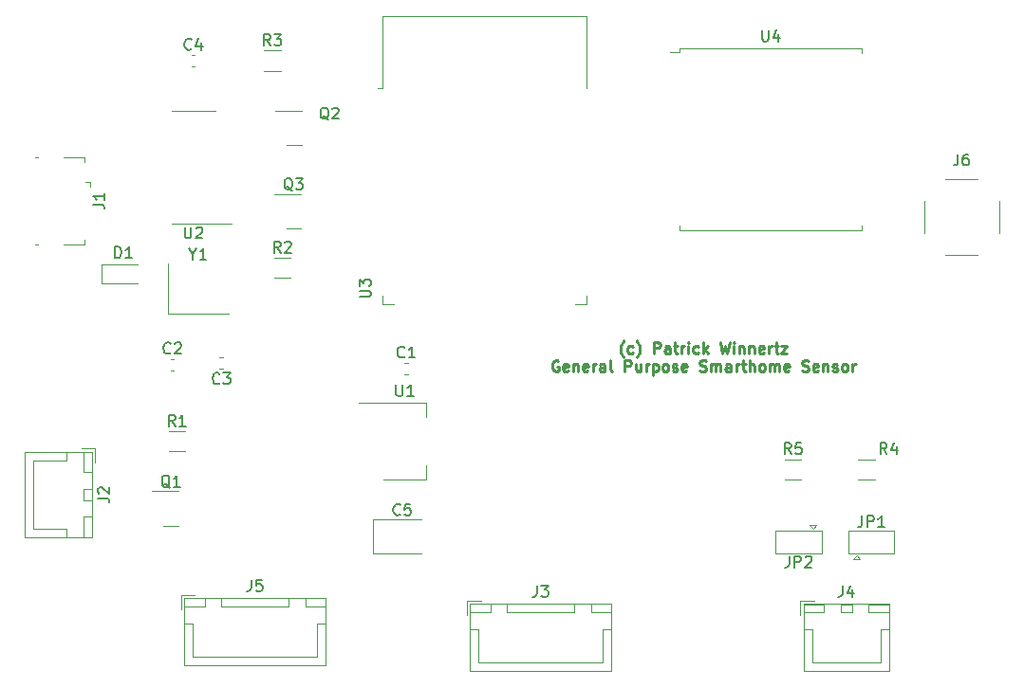
<source format=gbr>
%TF.GenerationSoftware,KiCad,Pcbnew,(6.0.5)*%
%TF.CreationDate,2022-06-07T20:50:39+02:00*%
%TF.ProjectId,ESP32-LoRA-ADIO,45535033-322d-44c6-9f52-412d4144494f,rev?*%
%TF.SameCoordinates,Original*%
%TF.FileFunction,Legend,Top*%
%TF.FilePolarity,Positive*%
%FSLAX46Y46*%
G04 Gerber Fmt 4.6, Leading zero omitted, Abs format (unit mm)*
G04 Created by KiCad (PCBNEW (6.0.5)) date 2022-06-07 20:50:39*
%MOMM*%
%LPD*%
G01*
G04 APERTURE LIST*
%ADD10C,0.250000*%
%ADD11C,0.150000*%
%ADD12C,0.120000*%
G04 APERTURE END LIST*
D10*
X169904761Y-57028333D02*
X169857142Y-56980714D01*
X169761904Y-56837857D01*
X169714285Y-56742619D01*
X169666666Y-56599761D01*
X169619047Y-56361666D01*
X169619047Y-56171190D01*
X169666666Y-55933095D01*
X169714285Y-55790238D01*
X169761904Y-55695000D01*
X169857142Y-55552142D01*
X169904761Y-55504523D01*
X170714285Y-56599761D02*
X170619047Y-56647380D01*
X170428571Y-56647380D01*
X170333333Y-56599761D01*
X170285714Y-56552142D01*
X170238095Y-56456904D01*
X170238095Y-56171190D01*
X170285714Y-56075952D01*
X170333333Y-56028333D01*
X170428571Y-55980714D01*
X170619047Y-55980714D01*
X170714285Y-56028333D01*
X171047619Y-57028333D02*
X171095238Y-56980714D01*
X171190476Y-56837857D01*
X171238095Y-56742619D01*
X171285714Y-56599761D01*
X171333333Y-56361666D01*
X171333333Y-56171190D01*
X171285714Y-55933095D01*
X171238095Y-55790238D01*
X171190476Y-55695000D01*
X171095238Y-55552142D01*
X171047619Y-55504523D01*
X172571428Y-56647380D02*
X172571428Y-55647380D01*
X172952380Y-55647380D01*
X173047619Y-55695000D01*
X173095238Y-55742619D01*
X173142857Y-55837857D01*
X173142857Y-55980714D01*
X173095238Y-56075952D01*
X173047619Y-56123571D01*
X172952380Y-56171190D01*
X172571428Y-56171190D01*
X174000000Y-56647380D02*
X174000000Y-56123571D01*
X173952380Y-56028333D01*
X173857142Y-55980714D01*
X173666666Y-55980714D01*
X173571428Y-56028333D01*
X174000000Y-56599761D02*
X173904761Y-56647380D01*
X173666666Y-56647380D01*
X173571428Y-56599761D01*
X173523809Y-56504523D01*
X173523809Y-56409285D01*
X173571428Y-56314047D01*
X173666666Y-56266428D01*
X173904761Y-56266428D01*
X174000000Y-56218809D01*
X174333333Y-55980714D02*
X174714285Y-55980714D01*
X174476190Y-55647380D02*
X174476190Y-56504523D01*
X174523809Y-56599761D01*
X174619047Y-56647380D01*
X174714285Y-56647380D01*
X175047619Y-56647380D02*
X175047619Y-55980714D01*
X175047619Y-56171190D02*
X175095238Y-56075952D01*
X175142857Y-56028333D01*
X175238095Y-55980714D01*
X175333333Y-55980714D01*
X175666666Y-56647380D02*
X175666666Y-55980714D01*
X175666666Y-55647380D02*
X175619047Y-55695000D01*
X175666666Y-55742619D01*
X175714285Y-55695000D01*
X175666666Y-55647380D01*
X175666666Y-55742619D01*
X176571428Y-56599761D02*
X176476190Y-56647380D01*
X176285714Y-56647380D01*
X176190476Y-56599761D01*
X176142857Y-56552142D01*
X176095238Y-56456904D01*
X176095238Y-56171190D01*
X176142857Y-56075952D01*
X176190476Y-56028333D01*
X176285714Y-55980714D01*
X176476190Y-55980714D01*
X176571428Y-56028333D01*
X177000000Y-56647380D02*
X177000000Y-55647380D01*
X177095238Y-56266428D02*
X177380952Y-56647380D01*
X177380952Y-55980714D02*
X177000000Y-56361666D01*
X178476190Y-55647380D02*
X178714285Y-56647380D01*
X178904761Y-55933095D01*
X179095238Y-56647380D01*
X179333333Y-55647380D01*
X179714285Y-56647380D02*
X179714285Y-55980714D01*
X179714285Y-55647380D02*
X179666666Y-55695000D01*
X179714285Y-55742619D01*
X179761904Y-55695000D01*
X179714285Y-55647380D01*
X179714285Y-55742619D01*
X180190476Y-55980714D02*
X180190476Y-56647380D01*
X180190476Y-56075952D02*
X180238095Y-56028333D01*
X180333333Y-55980714D01*
X180476190Y-55980714D01*
X180571428Y-56028333D01*
X180619047Y-56123571D01*
X180619047Y-56647380D01*
X181095238Y-55980714D02*
X181095238Y-56647380D01*
X181095238Y-56075952D02*
X181142857Y-56028333D01*
X181238095Y-55980714D01*
X181380952Y-55980714D01*
X181476190Y-56028333D01*
X181523809Y-56123571D01*
X181523809Y-56647380D01*
X182380952Y-56599761D02*
X182285714Y-56647380D01*
X182095238Y-56647380D01*
X182000000Y-56599761D01*
X181952380Y-56504523D01*
X181952380Y-56123571D01*
X182000000Y-56028333D01*
X182095238Y-55980714D01*
X182285714Y-55980714D01*
X182380952Y-56028333D01*
X182428571Y-56123571D01*
X182428571Y-56218809D01*
X181952380Y-56314047D01*
X182857142Y-56647380D02*
X182857142Y-55980714D01*
X182857142Y-56171190D02*
X182904761Y-56075952D01*
X182952380Y-56028333D01*
X183047619Y-55980714D01*
X183142857Y-55980714D01*
X183333333Y-55980714D02*
X183714285Y-55980714D01*
X183476190Y-55647380D02*
X183476190Y-56504523D01*
X183523809Y-56599761D01*
X183619047Y-56647380D01*
X183714285Y-56647380D01*
X183952380Y-55980714D02*
X184476190Y-55980714D01*
X183952380Y-56647380D01*
X184476190Y-56647380D01*
X164071428Y-57305000D02*
X163976190Y-57257380D01*
X163833333Y-57257380D01*
X163690476Y-57305000D01*
X163595238Y-57400238D01*
X163547619Y-57495476D01*
X163500000Y-57685952D01*
X163500000Y-57828809D01*
X163547619Y-58019285D01*
X163595238Y-58114523D01*
X163690476Y-58209761D01*
X163833333Y-58257380D01*
X163928571Y-58257380D01*
X164071428Y-58209761D01*
X164119047Y-58162142D01*
X164119047Y-57828809D01*
X163928571Y-57828809D01*
X164928571Y-58209761D02*
X164833333Y-58257380D01*
X164642857Y-58257380D01*
X164547619Y-58209761D01*
X164500000Y-58114523D01*
X164500000Y-57733571D01*
X164547619Y-57638333D01*
X164642857Y-57590714D01*
X164833333Y-57590714D01*
X164928571Y-57638333D01*
X164976190Y-57733571D01*
X164976190Y-57828809D01*
X164500000Y-57924047D01*
X165404761Y-57590714D02*
X165404761Y-58257380D01*
X165404761Y-57685952D02*
X165452380Y-57638333D01*
X165547619Y-57590714D01*
X165690476Y-57590714D01*
X165785714Y-57638333D01*
X165833333Y-57733571D01*
X165833333Y-58257380D01*
X166690476Y-58209761D02*
X166595238Y-58257380D01*
X166404761Y-58257380D01*
X166309523Y-58209761D01*
X166261904Y-58114523D01*
X166261904Y-57733571D01*
X166309523Y-57638333D01*
X166404761Y-57590714D01*
X166595238Y-57590714D01*
X166690476Y-57638333D01*
X166738095Y-57733571D01*
X166738095Y-57828809D01*
X166261904Y-57924047D01*
X167166666Y-58257380D02*
X167166666Y-57590714D01*
X167166666Y-57781190D02*
X167214285Y-57685952D01*
X167261904Y-57638333D01*
X167357142Y-57590714D01*
X167452380Y-57590714D01*
X168214285Y-58257380D02*
X168214285Y-57733571D01*
X168166666Y-57638333D01*
X168071428Y-57590714D01*
X167880952Y-57590714D01*
X167785714Y-57638333D01*
X168214285Y-58209761D02*
X168119047Y-58257380D01*
X167880952Y-58257380D01*
X167785714Y-58209761D01*
X167738095Y-58114523D01*
X167738095Y-58019285D01*
X167785714Y-57924047D01*
X167880952Y-57876428D01*
X168119047Y-57876428D01*
X168214285Y-57828809D01*
X168833333Y-58257380D02*
X168738095Y-58209761D01*
X168690476Y-58114523D01*
X168690476Y-57257380D01*
X169976190Y-58257380D02*
X169976190Y-57257380D01*
X170357142Y-57257380D01*
X170452380Y-57305000D01*
X170500000Y-57352619D01*
X170547619Y-57447857D01*
X170547619Y-57590714D01*
X170500000Y-57685952D01*
X170452380Y-57733571D01*
X170357142Y-57781190D01*
X169976190Y-57781190D01*
X171404761Y-57590714D02*
X171404761Y-58257380D01*
X170976190Y-57590714D02*
X170976190Y-58114523D01*
X171023809Y-58209761D01*
X171119047Y-58257380D01*
X171261904Y-58257380D01*
X171357142Y-58209761D01*
X171404761Y-58162142D01*
X171880952Y-58257380D02*
X171880952Y-57590714D01*
X171880952Y-57781190D02*
X171928571Y-57685952D01*
X171976190Y-57638333D01*
X172071428Y-57590714D01*
X172166666Y-57590714D01*
X172500000Y-57590714D02*
X172500000Y-58590714D01*
X172500000Y-57638333D02*
X172595238Y-57590714D01*
X172785714Y-57590714D01*
X172880952Y-57638333D01*
X172928571Y-57685952D01*
X172976190Y-57781190D01*
X172976190Y-58066904D01*
X172928571Y-58162142D01*
X172880952Y-58209761D01*
X172785714Y-58257380D01*
X172595238Y-58257380D01*
X172500000Y-58209761D01*
X173547619Y-58257380D02*
X173452380Y-58209761D01*
X173404761Y-58162142D01*
X173357142Y-58066904D01*
X173357142Y-57781190D01*
X173404761Y-57685952D01*
X173452380Y-57638333D01*
X173547619Y-57590714D01*
X173690476Y-57590714D01*
X173785714Y-57638333D01*
X173833333Y-57685952D01*
X173880952Y-57781190D01*
X173880952Y-58066904D01*
X173833333Y-58162142D01*
X173785714Y-58209761D01*
X173690476Y-58257380D01*
X173547619Y-58257380D01*
X174261904Y-58209761D02*
X174357142Y-58257380D01*
X174547619Y-58257380D01*
X174642857Y-58209761D01*
X174690476Y-58114523D01*
X174690476Y-58066904D01*
X174642857Y-57971666D01*
X174547619Y-57924047D01*
X174404761Y-57924047D01*
X174309523Y-57876428D01*
X174261904Y-57781190D01*
X174261904Y-57733571D01*
X174309523Y-57638333D01*
X174404761Y-57590714D01*
X174547619Y-57590714D01*
X174642857Y-57638333D01*
X175500000Y-58209761D02*
X175404761Y-58257380D01*
X175214285Y-58257380D01*
X175119047Y-58209761D01*
X175071428Y-58114523D01*
X175071428Y-57733571D01*
X175119047Y-57638333D01*
X175214285Y-57590714D01*
X175404761Y-57590714D01*
X175500000Y-57638333D01*
X175547619Y-57733571D01*
X175547619Y-57828809D01*
X175071428Y-57924047D01*
X176690476Y-58209761D02*
X176833333Y-58257380D01*
X177071428Y-58257380D01*
X177166666Y-58209761D01*
X177214285Y-58162142D01*
X177261904Y-58066904D01*
X177261904Y-57971666D01*
X177214285Y-57876428D01*
X177166666Y-57828809D01*
X177071428Y-57781190D01*
X176880952Y-57733571D01*
X176785714Y-57685952D01*
X176738095Y-57638333D01*
X176690476Y-57543095D01*
X176690476Y-57447857D01*
X176738095Y-57352619D01*
X176785714Y-57305000D01*
X176880952Y-57257380D01*
X177119047Y-57257380D01*
X177261904Y-57305000D01*
X177690476Y-58257380D02*
X177690476Y-57590714D01*
X177690476Y-57685952D02*
X177738095Y-57638333D01*
X177833333Y-57590714D01*
X177976190Y-57590714D01*
X178071428Y-57638333D01*
X178119047Y-57733571D01*
X178119047Y-58257380D01*
X178119047Y-57733571D02*
X178166666Y-57638333D01*
X178261904Y-57590714D01*
X178404761Y-57590714D01*
X178500000Y-57638333D01*
X178547619Y-57733571D01*
X178547619Y-58257380D01*
X179452380Y-58257380D02*
X179452380Y-57733571D01*
X179404761Y-57638333D01*
X179309523Y-57590714D01*
X179119047Y-57590714D01*
X179023809Y-57638333D01*
X179452380Y-58209761D02*
X179357142Y-58257380D01*
X179119047Y-58257380D01*
X179023809Y-58209761D01*
X178976190Y-58114523D01*
X178976190Y-58019285D01*
X179023809Y-57924047D01*
X179119047Y-57876428D01*
X179357142Y-57876428D01*
X179452380Y-57828809D01*
X179928571Y-58257380D02*
X179928571Y-57590714D01*
X179928571Y-57781190D02*
X179976190Y-57685952D01*
X180023809Y-57638333D01*
X180119047Y-57590714D01*
X180214285Y-57590714D01*
X180404761Y-57590714D02*
X180785714Y-57590714D01*
X180547619Y-57257380D02*
X180547619Y-58114523D01*
X180595238Y-58209761D01*
X180690476Y-58257380D01*
X180785714Y-58257380D01*
X181119047Y-58257380D02*
X181119047Y-57257380D01*
X181547619Y-58257380D02*
X181547619Y-57733571D01*
X181500000Y-57638333D01*
X181404761Y-57590714D01*
X181261904Y-57590714D01*
X181166666Y-57638333D01*
X181119047Y-57685952D01*
X182166666Y-58257380D02*
X182071428Y-58209761D01*
X182023809Y-58162142D01*
X181976190Y-58066904D01*
X181976190Y-57781190D01*
X182023809Y-57685952D01*
X182071428Y-57638333D01*
X182166666Y-57590714D01*
X182309523Y-57590714D01*
X182404761Y-57638333D01*
X182452380Y-57685952D01*
X182500000Y-57781190D01*
X182500000Y-58066904D01*
X182452380Y-58162142D01*
X182404761Y-58209761D01*
X182309523Y-58257380D01*
X182166666Y-58257380D01*
X182928571Y-58257380D02*
X182928571Y-57590714D01*
X182928571Y-57685952D02*
X182976190Y-57638333D01*
X183071428Y-57590714D01*
X183214285Y-57590714D01*
X183309523Y-57638333D01*
X183357142Y-57733571D01*
X183357142Y-58257380D01*
X183357142Y-57733571D02*
X183404761Y-57638333D01*
X183500000Y-57590714D01*
X183642857Y-57590714D01*
X183738095Y-57638333D01*
X183785714Y-57733571D01*
X183785714Y-58257380D01*
X184642857Y-58209761D02*
X184547619Y-58257380D01*
X184357142Y-58257380D01*
X184261904Y-58209761D01*
X184214285Y-58114523D01*
X184214285Y-57733571D01*
X184261904Y-57638333D01*
X184357142Y-57590714D01*
X184547619Y-57590714D01*
X184642857Y-57638333D01*
X184690476Y-57733571D01*
X184690476Y-57828809D01*
X184214285Y-57924047D01*
X185833333Y-58209761D02*
X185976190Y-58257380D01*
X186214285Y-58257380D01*
X186309523Y-58209761D01*
X186357142Y-58162142D01*
X186404761Y-58066904D01*
X186404761Y-57971666D01*
X186357142Y-57876428D01*
X186309523Y-57828809D01*
X186214285Y-57781190D01*
X186023809Y-57733571D01*
X185928571Y-57685952D01*
X185880952Y-57638333D01*
X185833333Y-57543095D01*
X185833333Y-57447857D01*
X185880952Y-57352619D01*
X185928571Y-57305000D01*
X186023809Y-57257380D01*
X186261904Y-57257380D01*
X186404761Y-57305000D01*
X187214285Y-58209761D02*
X187119047Y-58257380D01*
X186928571Y-58257380D01*
X186833333Y-58209761D01*
X186785714Y-58114523D01*
X186785714Y-57733571D01*
X186833333Y-57638333D01*
X186928571Y-57590714D01*
X187119047Y-57590714D01*
X187214285Y-57638333D01*
X187261904Y-57733571D01*
X187261904Y-57828809D01*
X186785714Y-57924047D01*
X187690476Y-57590714D02*
X187690476Y-58257380D01*
X187690476Y-57685952D02*
X187738095Y-57638333D01*
X187833333Y-57590714D01*
X187976190Y-57590714D01*
X188071428Y-57638333D01*
X188119047Y-57733571D01*
X188119047Y-58257380D01*
X188547619Y-58209761D02*
X188642857Y-58257380D01*
X188833333Y-58257380D01*
X188928571Y-58209761D01*
X188976190Y-58114523D01*
X188976190Y-58066904D01*
X188928571Y-57971666D01*
X188833333Y-57924047D01*
X188690476Y-57924047D01*
X188595238Y-57876428D01*
X188547619Y-57781190D01*
X188547619Y-57733571D01*
X188595238Y-57638333D01*
X188690476Y-57590714D01*
X188833333Y-57590714D01*
X188928571Y-57638333D01*
X189547619Y-58257380D02*
X189452380Y-58209761D01*
X189404761Y-58162142D01*
X189357142Y-58066904D01*
X189357142Y-57781190D01*
X189404761Y-57685952D01*
X189452380Y-57638333D01*
X189547619Y-57590714D01*
X189690476Y-57590714D01*
X189785714Y-57638333D01*
X189833333Y-57685952D01*
X189880952Y-57781190D01*
X189880952Y-58066904D01*
X189833333Y-58162142D01*
X189785714Y-58209761D01*
X189690476Y-58257380D01*
X189547619Y-58257380D01*
X190309523Y-58257380D02*
X190309523Y-57590714D01*
X190309523Y-57781190D02*
X190357142Y-57685952D01*
X190404761Y-57638333D01*
X190500000Y-57590714D01*
X190595238Y-57590714D01*
D11*
%TO.C,U3*%
X146317380Y-51591904D02*
X147126904Y-51591904D01*
X147222142Y-51544285D01*
X147269761Y-51496666D01*
X147317380Y-51401428D01*
X147317380Y-51210952D01*
X147269761Y-51115714D01*
X147222142Y-51068095D01*
X147126904Y-51020476D01*
X146317380Y-51020476D01*
X146317380Y-50639523D02*
X146317380Y-50020476D01*
X146698333Y-50353809D01*
X146698333Y-50210952D01*
X146745952Y-50115714D01*
X146793571Y-50068095D01*
X146888809Y-50020476D01*
X147126904Y-50020476D01*
X147222142Y-50068095D01*
X147269761Y-50115714D01*
X147317380Y-50210952D01*
X147317380Y-50496666D01*
X147269761Y-50591904D01*
X147222142Y-50639523D01*
%TO.C,C1*%
X150333333Y-56927142D02*
X150285714Y-56974761D01*
X150142857Y-57022380D01*
X150047619Y-57022380D01*
X149904761Y-56974761D01*
X149809523Y-56879523D01*
X149761904Y-56784285D01*
X149714285Y-56593809D01*
X149714285Y-56450952D01*
X149761904Y-56260476D01*
X149809523Y-56165238D01*
X149904761Y-56070000D01*
X150047619Y-56022380D01*
X150142857Y-56022380D01*
X150285714Y-56070000D01*
X150333333Y-56117619D01*
X151285714Y-57022380D02*
X150714285Y-57022380D01*
X151000000Y-57022380D02*
X151000000Y-56022380D01*
X150904761Y-56165238D01*
X150809523Y-56260476D01*
X150714285Y-56308095D01*
%TO.C,R1*%
X129883333Y-63132380D02*
X129550000Y-62656190D01*
X129311904Y-63132380D02*
X129311904Y-62132380D01*
X129692857Y-62132380D01*
X129788095Y-62180000D01*
X129835714Y-62227619D01*
X129883333Y-62322857D01*
X129883333Y-62465714D01*
X129835714Y-62560952D01*
X129788095Y-62608571D01*
X129692857Y-62656190D01*
X129311904Y-62656190D01*
X130835714Y-63132380D02*
X130264285Y-63132380D01*
X130550000Y-63132380D02*
X130550000Y-62132380D01*
X130454761Y-62275238D01*
X130359523Y-62370476D01*
X130264285Y-62418095D01*
%TO.C,JP2*%
X184666666Y-74752380D02*
X184666666Y-75466666D01*
X184619047Y-75609523D01*
X184523809Y-75704761D01*
X184380952Y-75752380D01*
X184285714Y-75752380D01*
X185142857Y-75752380D02*
X185142857Y-74752380D01*
X185523809Y-74752380D01*
X185619047Y-74800000D01*
X185666666Y-74847619D01*
X185714285Y-74942857D01*
X185714285Y-75085714D01*
X185666666Y-75180952D01*
X185619047Y-75228571D01*
X185523809Y-75276190D01*
X185142857Y-75276190D01*
X186095238Y-74847619D02*
X186142857Y-74800000D01*
X186238095Y-74752380D01*
X186476190Y-74752380D01*
X186571428Y-74800000D01*
X186619047Y-74847619D01*
X186666666Y-74942857D01*
X186666666Y-75038095D01*
X186619047Y-75180952D01*
X186047619Y-75752380D01*
X186666666Y-75752380D01*
%TO.C,C2*%
X129458333Y-56577142D02*
X129410714Y-56624761D01*
X129267857Y-56672380D01*
X129172619Y-56672380D01*
X129029761Y-56624761D01*
X128934523Y-56529523D01*
X128886904Y-56434285D01*
X128839285Y-56243809D01*
X128839285Y-56100952D01*
X128886904Y-55910476D01*
X128934523Y-55815238D01*
X129029761Y-55720000D01*
X129172619Y-55672380D01*
X129267857Y-55672380D01*
X129410714Y-55720000D01*
X129458333Y-55767619D01*
X129839285Y-55767619D02*
X129886904Y-55720000D01*
X129982142Y-55672380D01*
X130220238Y-55672380D01*
X130315476Y-55720000D01*
X130363095Y-55767619D01*
X130410714Y-55862857D01*
X130410714Y-55958095D01*
X130363095Y-56100952D01*
X129791666Y-56672380D01*
X130410714Y-56672380D01*
%TO.C,U2*%
X130738095Y-45352380D02*
X130738095Y-46161904D01*
X130785714Y-46257142D01*
X130833333Y-46304761D01*
X130928571Y-46352380D01*
X131119047Y-46352380D01*
X131214285Y-46304761D01*
X131261904Y-46257142D01*
X131309523Y-46161904D01*
X131309523Y-45352380D01*
X131738095Y-45447619D02*
X131785714Y-45400000D01*
X131880952Y-45352380D01*
X132119047Y-45352380D01*
X132214285Y-45400000D01*
X132261904Y-45447619D01*
X132309523Y-45542857D01*
X132309523Y-45638095D01*
X132261904Y-45780952D01*
X131690476Y-46352380D01*
X132309523Y-46352380D01*
%TO.C,U1*%
X149588095Y-59452380D02*
X149588095Y-60261904D01*
X149635714Y-60357142D01*
X149683333Y-60404761D01*
X149778571Y-60452380D01*
X149969047Y-60452380D01*
X150064285Y-60404761D01*
X150111904Y-60357142D01*
X150159523Y-60261904D01*
X150159523Y-59452380D01*
X151159523Y-60452380D02*
X150588095Y-60452380D01*
X150873809Y-60452380D02*
X150873809Y-59452380D01*
X150778571Y-59595238D01*
X150683333Y-59690476D01*
X150588095Y-59738095D01*
%TO.C,C4*%
X131333333Y-29427142D02*
X131285714Y-29474761D01*
X131142857Y-29522380D01*
X131047619Y-29522380D01*
X130904761Y-29474761D01*
X130809523Y-29379523D01*
X130761904Y-29284285D01*
X130714285Y-29093809D01*
X130714285Y-28950952D01*
X130761904Y-28760476D01*
X130809523Y-28665238D01*
X130904761Y-28570000D01*
X131047619Y-28522380D01*
X131142857Y-28522380D01*
X131285714Y-28570000D01*
X131333333Y-28617619D01*
X132190476Y-28855714D02*
X132190476Y-29522380D01*
X131952380Y-28474761D02*
X131714285Y-29189047D01*
X132333333Y-29189047D01*
%TO.C,D1*%
X124511904Y-48102380D02*
X124511904Y-47102380D01*
X124750000Y-47102380D01*
X124892857Y-47150000D01*
X124988095Y-47245238D01*
X125035714Y-47340476D01*
X125083333Y-47530952D01*
X125083333Y-47673809D01*
X125035714Y-47864285D01*
X124988095Y-47959523D01*
X124892857Y-48054761D01*
X124750000Y-48102380D01*
X124511904Y-48102380D01*
X126035714Y-48102380D02*
X125464285Y-48102380D01*
X125750000Y-48102380D02*
X125750000Y-47102380D01*
X125654761Y-47245238D01*
X125559523Y-47340476D01*
X125464285Y-47388095D01*
%TO.C,J5*%
X136666666Y-76877380D02*
X136666666Y-77591666D01*
X136619047Y-77734523D01*
X136523809Y-77829761D01*
X136380952Y-77877380D01*
X136285714Y-77877380D01*
X137619047Y-76877380D02*
X137142857Y-76877380D01*
X137095238Y-77353571D01*
X137142857Y-77305952D01*
X137238095Y-77258333D01*
X137476190Y-77258333D01*
X137571428Y-77305952D01*
X137619047Y-77353571D01*
X137666666Y-77448809D01*
X137666666Y-77686904D01*
X137619047Y-77782142D01*
X137571428Y-77829761D01*
X137476190Y-77877380D01*
X137238095Y-77877380D01*
X137142857Y-77829761D01*
X137095238Y-77782142D01*
%TO.C,R2*%
X139283333Y-47632380D02*
X138950000Y-47156190D01*
X138711904Y-47632380D02*
X138711904Y-46632380D01*
X139092857Y-46632380D01*
X139188095Y-46680000D01*
X139235714Y-46727619D01*
X139283333Y-46822857D01*
X139283333Y-46965714D01*
X139235714Y-47060952D01*
X139188095Y-47108571D01*
X139092857Y-47156190D01*
X138711904Y-47156190D01*
X139664285Y-46727619D02*
X139711904Y-46680000D01*
X139807142Y-46632380D01*
X140045238Y-46632380D01*
X140140476Y-46680000D01*
X140188095Y-46727619D01*
X140235714Y-46822857D01*
X140235714Y-46918095D01*
X140188095Y-47060952D01*
X139616666Y-47632380D01*
X140235714Y-47632380D01*
%TO.C,J3*%
X162166666Y-77377380D02*
X162166666Y-78091666D01*
X162119047Y-78234523D01*
X162023809Y-78329761D01*
X161880952Y-78377380D01*
X161785714Y-78377380D01*
X162547619Y-77377380D02*
X163166666Y-77377380D01*
X162833333Y-77758333D01*
X162976190Y-77758333D01*
X163071428Y-77805952D01*
X163119047Y-77853571D01*
X163166666Y-77948809D01*
X163166666Y-78186904D01*
X163119047Y-78282142D01*
X163071428Y-78329761D01*
X162976190Y-78377380D01*
X162690476Y-78377380D01*
X162595238Y-78329761D01*
X162547619Y-78282142D01*
%TO.C,J1*%
X122564880Y-43333333D02*
X123279166Y-43333333D01*
X123422023Y-43380952D01*
X123517261Y-43476190D01*
X123564880Y-43619047D01*
X123564880Y-43714285D01*
X123564880Y-42333333D02*
X123564880Y-42904761D01*
X123564880Y-42619047D02*
X122564880Y-42619047D01*
X122707738Y-42714285D01*
X122802976Y-42809523D01*
X122850595Y-42904761D01*
%TO.C,J6*%
X199706666Y-38832380D02*
X199706666Y-39546666D01*
X199659047Y-39689523D01*
X199563809Y-39784761D01*
X199420952Y-39832380D01*
X199325714Y-39832380D01*
X200611428Y-38832380D02*
X200420952Y-38832380D01*
X200325714Y-38880000D01*
X200278095Y-38927619D01*
X200182857Y-39070476D01*
X200135238Y-39260952D01*
X200135238Y-39641904D01*
X200182857Y-39737142D01*
X200230476Y-39784761D01*
X200325714Y-39832380D01*
X200516190Y-39832380D01*
X200611428Y-39784761D01*
X200659047Y-39737142D01*
X200706666Y-39641904D01*
X200706666Y-39403809D01*
X200659047Y-39308571D01*
X200611428Y-39260952D01*
X200516190Y-39213333D01*
X200325714Y-39213333D01*
X200230476Y-39260952D01*
X200182857Y-39308571D01*
X200135238Y-39403809D01*
%TO.C,R3*%
X138383333Y-29132380D02*
X138050000Y-28656190D01*
X137811904Y-29132380D02*
X137811904Y-28132380D01*
X138192857Y-28132380D01*
X138288095Y-28180000D01*
X138335714Y-28227619D01*
X138383333Y-28322857D01*
X138383333Y-28465714D01*
X138335714Y-28560952D01*
X138288095Y-28608571D01*
X138192857Y-28656190D01*
X137811904Y-28656190D01*
X138716666Y-28132380D02*
X139335714Y-28132380D01*
X139002380Y-28513333D01*
X139145238Y-28513333D01*
X139240476Y-28560952D01*
X139288095Y-28608571D01*
X139335714Y-28703809D01*
X139335714Y-28941904D01*
X139288095Y-29037142D01*
X139240476Y-29084761D01*
X139145238Y-29132380D01*
X138859523Y-29132380D01*
X138764285Y-29084761D01*
X138716666Y-29037142D01*
%TO.C,C3*%
X133833333Y-59287142D02*
X133785714Y-59334761D01*
X133642857Y-59382380D01*
X133547619Y-59382380D01*
X133404761Y-59334761D01*
X133309523Y-59239523D01*
X133261904Y-59144285D01*
X133214285Y-58953809D01*
X133214285Y-58810952D01*
X133261904Y-58620476D01*
X133309523Y-58525238D01*
X133404761Y-58430000D01*
X133547619Y-58382380D01*
X133642857Y-58382380D01*
X133785714Y-58430000D01*
X133833333Y-58477619D01*
X134166666Y-58382380D02*
X134785714Y-58382380D01*
X134452380Y-58763333D01*
X134595238Y-58763333D01*
X134690476Y-58810952D01*
X134738095Y-58858571D01*
X134785714Y-58953809D01*
X134785714Y-59191904D01*
X134738095Y-59287142D01*
X134690476Y-59334761D01*
X134595238Y-59382380D01*
X134309523Y-59382380D01*
X134214285Y-59334761D01*
X134166666Y-59287142D01*
%TO.C,R4*%
X193373333Y-65632380D02*
X193040000Y-65156190D01*
X192801904Y-65632380D02*
X192801904Y-64632380D01*
X193182857Y-64632380D01*
X193278095Y-64680000D01*
X193325714Y-64727619D01*
X193373333Y-64822857D01*
X193373333Y-64965714D01*
X193325714Y-65060952D01*
X193278095Y-65108571D01*
X193182857Y-65156190D01*
X192801904Y-65156190D01*
X194230476Y-64965714D02*
X194230476Y-65632380D01*
X193992380Y-64584761D02*
X193754285Y-65299047D01*
X194373333Y-65299047D01*
%TO.C,U4*%
X182238095Y-27752380D02*
X182238095Y-28561904D01*
X182285714Y-28657142D01*
X182333333Y-28704761D01*
X182428571Y-28752380D01*
X182619047Y-28752380D01*
X182714285Y-28704761D01*
X182761904Y-28657142D01*
X182809523Y-28561904D01*
X182809523Y-27752380D01*
X183714285Y-28085714D02*
X183714285Y-28752380D01*
X183476190Y-27704761D02*
X183238095Y-28419047D01*
X183857142Y-28419047D01*
%TO.C,JP1*%
X191166666Y-71152380D02*
X191166666Y-71866666D01*
X191119047Y-72009523D01*
X191023809Y-72104761D01*
X190880952Y-72152380D01*
X190785714Y-72152380D01*
X191642857Y-72152380D02*
X191642857Y-71152380D01*
X192023809Y-71152380D01*
X192119047Y-71200000D01*
X192166666Y-71247619D01*
X192214285Y-71342857D01*
X192214285Y-71485714D01*
X192166666Y-71580952D01*
X192119047Y-71628571D01*
X192023809Y-71676190D01*
X191642857Y-71676190D01*
X193166666Y-72152380D02*
X192595238Y-72152380D01*
X192880952Y-72152380D02*
X192880952Y-71152380D01*
X192785714Y-71295238D01*
X192690476Y-71390476D01*
X192595238Y-71438095D01*
%TO.C,J2*%
X123002380Y-69583333D02*
X123716666Y-69583333D01*
X123859523Y-69630952D01*
X123954761Y-69726190D01*
X124002380Y-69869047D01*
X124002380Y-69964285D01*
X123097619Y-69154761D02*
X123050000Y-69107142D01*
X123002380Y-69011904D01*
X123002380Y-68773809D01*
X123050000Y-68678571D01*
X123097619Y-68630952D01*
X123192857Y-68583333D01*
X123288095Y-68583333D01*
X123430952Y-68630952D01*
X124002380Y-69202380D01*
X124002380Y-68583333D01*
%TO.C,Q2*%
X143579761Y-35777619D02*
X143484523Y-35730000D01*
X143389285Y-35634761D01*
X143246428Y-35491904D01*
X143151190Y-35444285D01*
X143055952Y-35444285D01*
X143103571Y-35682380D02*
X143008333Y-35634761D01*
X142913095Y-35539523D01*
X142865476Y-35349047D01*
X142865476Y-35015714D01*
X142913095Y-34825238D01*
X143008333Y-34730000D01*
X143103571Y-34682380D01*
X143294047Y-34682380D01*
X143389285Y-34730000D01*
X143484523Y-34825238D01*
X143532142Y-35015714D01*
X143532142Y-35349047D01*
X143484523Y-35539523D01*
X143389285Y-35634761D01*
X143294047Y-35682380D01*
X143103571Y-35682380D01*
X143913095Y-34777619D02*
X143960714Y-34730000D01*
X144055952Y-34682380D01*
X144294047Y-34682380D01*
X144389285Y-34730000D01*
X144436904Y-34777619D01*
X144484523Y-34872857D01*
X144484523Y-34968095D01*
X144436904Y-35110952D01*
X143865476Y-35682380D01*
X144484523Y-35682380D01*
%TO.C,Q1*%
X129404761Y-68647619D02*
X129309523Y-68600000D01*
X129214285Y-68504761D01*
X129071428Y-68361904D01*
X128976190Y-68314285D01*
X128880952Y-68314285D01*
X128928571Y-68552380D02*
X128833333Y-68504761D01*
X128738095Y-68409523D01*
X128690476Y-68219047D01*
X128690476Y-67885714D01*
X128738095Y-67695238D01*
X128833333Y-67600000D01*
X128928571Y-67552380D01*
X129119047Y-67552380D01*
X129214285Y-67600000D01*
X129309523Y-67695238D01*
X129357142Y-67885714D01*
X129357142Y-68219047D01*
X129309523Y-68409523D01*
X129214285Y-68504761D01*
X129119047Y-68552380D01*
X128928571Y-68552380D01*
X130309523Y-68552380D02*
X129738095Y-68552380D01*
X130023809Y-68552380D02*
X130023809Y-67552380D01*
X129928571Y-67695238D01*
X129833333Y-67790476D01*
X129738095Y-67838095D01*
%TO.C,J4*%
X189416666Y-77402380D02*
X189416666Y-78116666D01*
X189369047Y-78259523D01*
X189273809Y-78354761D01*
X189130952Y-78402380D01*
X189035714Y-78402380D01*
X190321428Y-77735714D02*
X190321428Y-78402380D01*
X190083333Y-77354761D02*
X189845238Y-78069047D01*
X190464285Y-78069047D01*
%TO.C,Q3*%
X140342261Y-42097619D02*
X140247023Y-42050000D01*
X140151785Y-41954761D01*
X140008928Y-41811904D01*
X139913690Y-41764285D01*
X139818452Y-41764285D01*
X139866071Y-42002380D02*
X139770833Y-41954761D01*
X139675595Y-41859523D01*
X139627976Y-41669047D01*
X139627976Y-41335714D01*
X139675595Y-41145238D01*
X139770833Y-41050000D01*
X139866071Y-41002380D01*
X140056547Y-41002380D01*
X140151785Y-41050000D01*
X140247023Y-41145238D01*
X140294642Y-41335714D01*
X140294642Y-41669047D01*
X140247023Y-41859523D01*
X140151785Y-41954761D01*
X140056547Y-42002380D01*
X139866071Y-42002380D01*
X140627976Y-41002380D02*
X141247023Y-41002380D01*
X140913690Y-41383333D01*
X141056547Y-41383333D01*
X141151785Y-41430952D01*
X141199404Y-41478571D01*
X141247023Y-41573809D01*
X141247023Y-41811904D01*
X141199404Y-41907142D01*
X141151785Y-41954761D01*
X141056547Y-42002380D01*
X140770833Y-42002380D01*
X140675595Y-41954761D01*
X140627976Y-41907142D01*
%TO.C,C5*%
X149958333Y-71007142D02*
X149910714Y-71054761D01*
X149767857Y-71102380D01*
X149672619Y-71102380D01*
X149529761Y-71054761D01*
X149434523Y-70959523D01*
X149386904Y-70864285D01*
X149339285Y-70673809D01*
X149339285Y-70530952D01*
X149386904Y-70340476D01*
X149434523Y-70245238D01*
X149529761Y-70150000D01*
X149672619Y-70102380D01*
X149767857Y-70102380D01*
X149910714Y-70150000D01*
X149958333Y-70197619D01*
X150863095Y-70102380D02*
X150386904Y-70102380D01*
X150339285Y-70578571D01*
X150386904Y-70530952D01*
X150482142Y-70483333D01*
X150720238Y-70483333D01*
X150815476Y-70530952D01*
X150863095Y-70578571D01*
X150910714Y-70673809D01*
X150910714Y-70911904D01*
X150863095Y-71007142D01*
X150815476Y-71054761D01*
X150720238Y-71102380D01*
X150482142Y-71102380D01*
X150386904Y-71054761D01*
X150339285Y-71007142D01*
%TO.C,Y1*%
X131473809Y-47776190D02*
X131473809Y-48252380D01*
X131140476Y-47252380D02*
X131473809Y-47776190D01*
X131807142Y-47252380D01*
X132664285Y-48252380D02*
X132092857Y-48252380D01*
X132378571Y-48252380D02*
X132378571Y-47252380D01*
X132283333Y-47395238D01*
X132188095Y-47490476D01*
X132092857Y-47538095D01*
%TO.C,R5*%
X184833333Y-65632380D02*
X184500000Y-65156190D01*
X184261904Y-65632380D02*
X184261904Y-64632380D01*
X184642857Y-64632380D01*
X184738095Y-64680000D01*
X184785714Y-64727619D01*
X184833333Y-64822857D01*
X184833333Y-64965714D01*
X184785714Y-65060952D01*
X184738095Y-65108571D01*
X184642857Y-65156190D01*
X184261904Y-65156190D01*
X185738095Y-64632380D02*
X185261904Y-64632380D01*
X185214285Y-65108571D01*
X185261904Y-65060952D01*
X185357142Y-65013333D01*
X185595238Y-65013333D01*
X185690476Y-65060952D01*
X185738095Y-65108571D01*
X185785714Y-65203809D01*
X185785714Y-65441904D01*
X185738095Y-65537142D01*
X185690476Y-65584761D01*
X185595238Y-65632380D01*
X185357142Y-65632380D01*
X185261904Y-65584761D01*
X185214285Y-65537142D01*
D12*
%TO.C,U3*%
X148355000Y-32955000D02*
X147975000Y-32955000D01*
X166595000Y-51500000D02*
X166595000Y-52280000D01*
X148355000Y-26535000D02*
X148355000Y-32955000D01*
X166595000Y-26535000D02*
X166595000Y-32955000D01*
X148355000Y-51500000D02*
X148355000Y-52280000D01*
X166595000Y-52280000D02*
X165595000Y-52280000D01*
X148355000Y-52280000D02*
X149355000Y-52280000D01*
X148355000Y-26535000D02*
X166595000Y-26535000D01*
%TO.C,C1*%
X150353733Y-57490000D02*
X150646267Y-57490000D01*
X150353733Y-58510000D02*
X150646267Y-58510000D01*
%TO.C,R1*%
X129322936Y-65410000D02*
X130777064Y-65410000D01*
X129322936Y-63590000D02*
X130777064Y-63590000D01*
%TO.C,JP2*%
X183450000Y-74500000D02*
X183450000Y-72500000D01*
X183450000Y-72500000D02*
X187550000Y-72500000D01*
X187550000Y-74500000D02*
X183450000Y-74500000D01*
X186800000Y-72300000D02*
X187100000Y-72000000D01*
X187100000Y-72000000D02*
X186500000Y-72000000D01*
X186800000Y-72300000D02*
X186500000Y-72000000D01*
X187550000Y-72500000D02*
X187550000Y-74500000D01*
%TO.C,C2*%
X129478733Y-57140000D02*
X129771267Y-57140000D01*
X129478733Y-58160000D02*
X129771267Y-58160000D01*
%TO.C,U2*%
X131500000Y-45060000D02*
X134950000Y-45060000D01*
X131500000Y-45060000D02*
X129550000Y-45060000D01*
X131500000Y-34940000D02*
X129550000Y-34940000D01*
X131500000Y-34940000D02*
X133450000Y-34940000D01*
%TO.C,U1*%
X152260000Y-61090000D02*
X152260000Y-62350000D01*
X146250000Y-61090000D02*
X152260000Y-61090000D01*
X152260000Y-67910000D02*
X152260000Y-66650000D01*
X148500000Y-67910000D02*
X152260000Y-67910000D01*
%TO.C,C4*%
X131353733Y-29990000D02*
X131646267Y-29990000D01*
X131353733Y-31010000D02*
X131646267Y-31010000D01*
%TO.C,D1*%
X123350000Y-50350000D02*
X126500000Y-50350000D01*
X123350000Y-48650000D02*
X126500000Y-48650000D01*
X123350000Y-48650000D02*
X123350000Y-50350000D01*
%TO.C,J5*%
X141500000Y-78525000D02*
X141500000Y-79275000D01*
X140000000Y-78525000D02*
X134000000Y-78525000D01*
X141500000Y-79275000D02*
X143300000Y-79275000D01*
X132500000Y-79275000D02*
X132500000Y-78525000D01*
X142550000Y-80775000D02*
X142550000Y-83725000D01*
X131450000Y-83725000D02*
X137000000Y-83725000D01*
X143310000Y-84485000D02*
X143310000Y-78515000D01*
X134000000Y-78525000D02*
X134000000Y-79275000D01*
X130690000Y-78515000D02*
X130690000Y-84485000D01*
X130700000Y-79275000D02*
X132500000Y-79275000D01*
X143300000Y-78525000D02*
X141500000Y-78525000D01*
X143310000Y-78515000D02*
X130690000Y-78515000D01*
X130400000Y-78225000D02*
X130400000Y-79475000D01*
X143300000Y-79275000D02*
X143300000Y-78525000D01*
X131650000Y-78225000D02*
X130400000Y-78225000D01*
X131450000Y-80775000D02*
X131450000Y-83725000D01*
X130700000Y-78525000D02*
X130700000Y-79275000D01*
X132500000Y-78525000D02*
X130700000Y-78525000D01*
X130700000Y-80775000D02*
X131450000Y-80775000D01*
X142550000Y-83725000D02*
X137000000Y-83725000D01*
X140000000Y-79275000D02*
X140000000Y-78525000D01*
X143300000Y-80775000D02*
X142550000Y-80775000D01*
X130690000Y-84485000D02*
X143310000Y-84485000D01*
X134000000Y-79275000D02*
X140000000Y-79275000D01*
%TO.C,R2*%
X138722936Y-49910000D02*
X140177064Y-49910000D01*
X138722936Y-48090000D02*
X140177064Y-48090000D01*
%TO.C,J3*%
X167000000Y-79775000D02*
X168800000Y-79775000D01*
X165500000Y-79775000D02*
X165500000Y-79025000D01*
X168810000Y-84985000D02*
X168810000Y-79015000D01*
X156950000Y-81275000D02*
X156950000Y-84225000D01*
X165500000Y-79025000D02*
X159500000Y-79025000D01*
X168050000Y-81275000D02*
X168050000Y-84225000D01*
X168800000Y-81275000D02*
X168050000Y-81275000D01*
X168800000Y-79775000D02*
X168800000Y-79025000D01*
X158000000Y-79025000D02*
X156200000Y-79025000D01*
X156190000Y-84985000D02*
X168810000Y-84985000D01*
X156200000Y-79775000D02*
X158000000Y-79775000D01*
X157150000Y-78725000D02*
X155900000Y-78725000D01*
X159500000Y-79025000D02*
X159500000Y-79775000D01*
X156200000Y-79025000D02*
X156200000Y-79775000D01*
X156200000Y-81275000D02*
X156950000Y-81275000D01*
X159500000Y-79775000D02*
X165500000Y-79775000D01*
X155900000Y-78725000D02*
X155900000Y-79975000D01*
X168050000Y-84225000D02*
X162500000Y-84225000D01*
X158000000Y-79775000D02*
X158000000Y-79025000D01*
X168810000Y-79015000D02*
X156190000Y-79015000D01*
X167000000Y-79025000D02*
X167000000Y-79775000D01*
X156950000Y-84225000D02*
X162500000Y-84225000D01*
X168800000Y-79025000D02*
X167000000Y-79025000D01*
X156190000Y-79015000D02*
X156190000Y-84985000D01*
%TO.C,J1*%
X122312500Y-41300000D02*
X122312500Y-41750000D01*
X121762500Y-39100000D02*
X121762500Y-39550000D01*
X121762500Y-46900000D02*
X121762500Y-46450000D01*
X119912500Y-46900000D02*
X121762500Y-46900000D01*
X117362500Y-39100000D02*
X117612500Y-39100000D01*
X122312500Y-41300000D02*
X121862500Y-41300000D01*
X119912500Y-39100000D02*
X121762500Y-39100000D01*
X117362500Y-46900000D02*
X117612500Y-46900000D01*
%TO.C,J6*%
X196685000Y-43010000D02*
X196685000Y-45910000D01*
X203395000Y-43010000D02*
X203395000Y-45910000D01*
X201490000Y-47815000D02*
X198590000Y-47815000D01*
X201490000Y-41105000D02*
X198590000Y-41105000D01*
%TO.C,R3*%
X137822936Y-31410000D02*
X139277064Y-31410000D01*
X137822936Y-29590000D02*
X139277064Y-29590000D01*
%TO.C,C3*%
X134146267Y-56990000D02*
X133853733Y-56990000D01*
X134146267Y-58010000D02*
X133853733Y-58010000D01*
%TO.C,R4*%
X190822936Y-67910000D02*
X192277064Y-67910000D01*
X190822936Y-66090000D02*
X192277064Y-66090000D01*
%TO.C,U4*%
X191100000Y-45600000D02*
X191100000Y-45200000D01*
X174900000Y-29750000D02*
X174000000Y-29750000D01*
X174900000Y-29400000D02*
X174900000Y-29750000D01*
X191100000Y-29400000D02*
X191100000Y-29800000D01*
X174900000Y-29400000D02*
X191100000Y-29400000D01*
X174900000Y-45600000D02*
X191100000Y-45600000D01*
X174900000Y-45200000D02*
X174900000Y-45600000D01*
%TO.C,JP1*%
X194050000Y-72500000D02*
X194050000Y-74500000D01*
X190400000Y-75000000D02*
X191000000Y-75000000D01*
X189950000Y-72500000D02*
X194050000Y-72500000D01*
X190700000Y-74700000D02*
X190400000Y-75000000D01*
X194050000Y-74500000D02*
X189950000Y-74500000D01*
X189950000Y-74500000D02*
X189950000Y-72500000D01*
X190700000Y-74700000D02*
X191000000Y-75000000D01*
%TO.C,J2*%
X120200000Y-66200000D02*
X117250000Y-66200000D01*
X120200000Y-73050000D02*
X120200000Y-72300000D01*
X122450000Y-71250000D02*
X121700000Y-71250000D01*
X122750000Y-66400000D02*
X122750000Y-65150000D01*
X122450000Y-67250000D02*
X122450000Y-65450000D01*
X116490000Y-65440000D02*
X116490000Y-73060000D01*
X122450000Y-68750000D02*
X121700000Y-68750000D01*
X121700000Y-67250000D02*
X122450000Y-67250000D01*
X121700000Y-69750000D02*
X122450000Y-69750000D01*
X120200000Y-72300000D02*
X117250000Y-72300000D01*
X122450000Y-73050000D02*
X122450000Y-71250000D01*
X122460000Y-65440000D02*
X116490000Y-65440000D01*
X121700000Y-71250000D02*
X121700000Y-73050000D01*
X120200000Y-65450000D02*
X120200000Y-66200000D01*
X122450000Y-69750000D02*
X122450000Y-68750000D01*
X116490000Y-73060000D02*
X122460000Y-73060000D01*
X121700000Y-73050000D02*
X122450000Y-73050000D01*
X121700000Y-68750000D02*
X121700000Y-69750000D01*
X117250000Y-72300000D02*
X117250000Y-69250000D01*
X122460000Y-73060000D02*
X122460000Y-65440000D01*
X122450000Y-65450000D02*
X121700000Y-65450000D01*
X122750000Y-65150000D02*
X121500000Y-65150000D01*
X121700000Y-65450000D02*
X121700000Y-67250000D01*
X117250000Y-66200000D02*
X117250000Y-69250000D01*
%TO.C,Q2*%
X140500000Y-38060000D02*
X141150000Y-38060000D01*
X140500000Y-34940000D02*
X138825000Y-34940000D01*
X140500000Y-38060000D02*
X139850000Y-38060000D01*
X140500000Y-34940000D02*
X141150000Y-34940000D01*
%TO.C,Q1*%
X129500000Y-68940000D02*
X127825000Y-68940000D01*
X129500000Y-72060000D02*
X130150000Y-72060000D01*
X129500000Y-68940000D02*
X130150000Y-68940000D01*
X129500000Y-72060000D02*
X128850000Y-72060000D01*
%TO.C,J4*%
X190250000Y-79050000D02*
X189250000Y-79050000D01*
X192800000Y-84250000D02*
X189750000Y-84250000D01*
X191750000Y-79050000D02*
X191750000Y-79800000D01*
X186700000Y-84250000D02*
X189750000Y-84250000D01*
X185950000Y-79800000D02*
X187750000Y-79800000D01*
X193550000Y-79800000D02*
X193550000Y-79050000D01*
X185940000Y-85010000D02*
X193560000Y-85010000D01*
X187750000Y-79800000D02*
X187750000Y-79050000D01*
X193550000Y-81300000D02*
X192800000Y-81300000D01*
X193560000Y-85010000D02*
X193560000Y-79040000D01*
X191750000Y-79800000D02*
X193550000Y-79800000D01*
X189250000Y-79800000D02*
X190250000Y-79800000D01*
X193550000Y-79050000D02*
X191750000Y-79050000D01*
X186700000Y-81300000D02*
X186700000Y-84250000D01*
X185950000Y-79050000D02*
X185950000Y-79800000D01*
X190250000Y-79800000D02*
X190250000Y-79050000D01*
X185950000Y-81300000D02*
X186700000Y-81300000D01*
X185940000Y-79040000D02*
X185940000Y-85010000D01*
X192800000Y-81300000D02*
X192800000Y-84250000D01*
X193560000Y-79040000D02*
X185940000Y-79040000D01*
X189250000Y-79050000D02*
X189250000Y-79800000D01*
X186900000Y-78750000D02*
X185650000Y-78750000D01*
X187750000Y-79050000D02*
X185950000Y-79050000D01*
X185650000Y-78750000D02*
X185650000Y-80000000D01*
%TO.C,Q3*%
X140437500Y-42390000D02*
X138762500Y-42390000D01*
X140437500Y-45510000D02*
X141087500Y-45510000D01*
X140437500Y-45510000D02*
X139787500Y-45510000D01*
X140437500Y-42390000D02*
X141087500Y-42390000D01*
%TO.C,C5*%
X147490000Y-71490000D02*
X147490000Y-74510000D01*
X151875000Y-71490000D02*
X147490000Y-71490000D01*
X147490000Y-74510000D02*
X151875000Y-74510000D01*
%TO.C,Y1*%
X129250000Y-53100000D02*
X134650000Y-53100000D01*
X129250000Y-48600000D02*
X129250000Y-53100000D01*
%TO.C,R5*%
X184272936Y-67910000D02*
X185727064Y-67910000D01*
X184272936Y-66090000D02*
X185727064Y-66090000D01*
%TD*%
M02*

</source>
